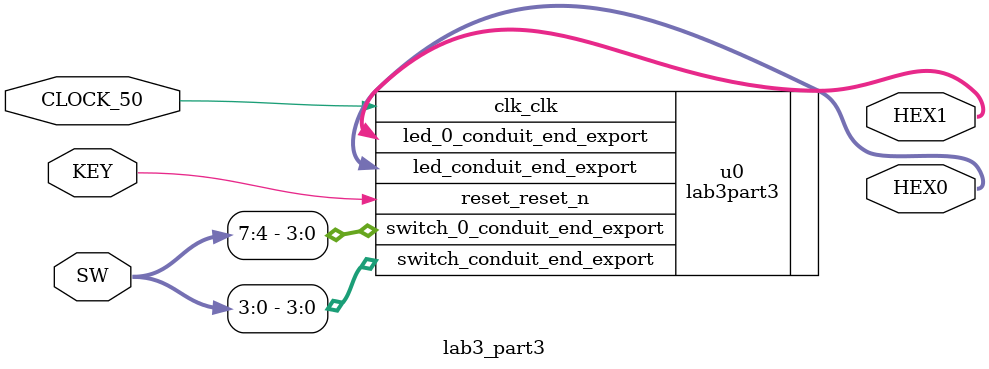
<source format=v>
module lab3_part3(
	 input CLOCK_50,
	 input [0:0] KEY,
	 input [7:0] SW,
	 output [6:0] HEX0,
	 output [6:0] HEX1
);

    lab3part3 u0 (
        .clk_clk                     (CLOCK_50),                     //                  clk.clk
        .reset_reset_n               (KEY),               //                reset.reset_n
        .switch_conduit_end_export   (SW[3:0]),   //   switch_conduit_end.export
        .led_conduit_end_export      (HEX0),      //      led_conduit_end.export
        .led_0_conduit_end_export    (HEX1),    //    led_0_conduit_end.export
        .switch_0_conduit_end_export (SW[7:4])  // switch_0_conduit_end.export
    );




endmodule
</source>
